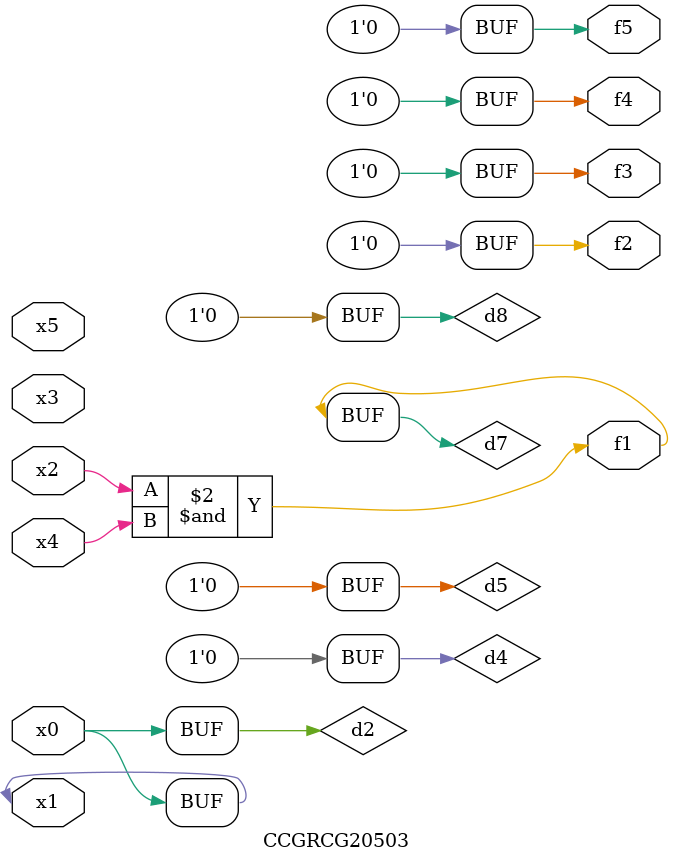
<source format=v>
module CCGRCG20503(
	input x0, x1, x2, x3, x4, x5,
	output f1, f2, f3, f4, f5
);

	wire d1, d2, d3, d4, d5, d6, d7, d8, d9;

	nand (d1, x1);
	buf (d2, x0, x1);
	nand (d3, x2, x4);
	and (d4, d1, d2);
	and (d5, d1, d2);
	nand (d6, d1, d3);
	not (d7, d3);
	xor (d8, d5);
	nor (d9, d5, d6);
	assign f1 = d7;
	assign f2 = d8;
	assign f3 = d8;
	assign f4 = d8;
	assign f5 = d8;
endmodule

</source>
